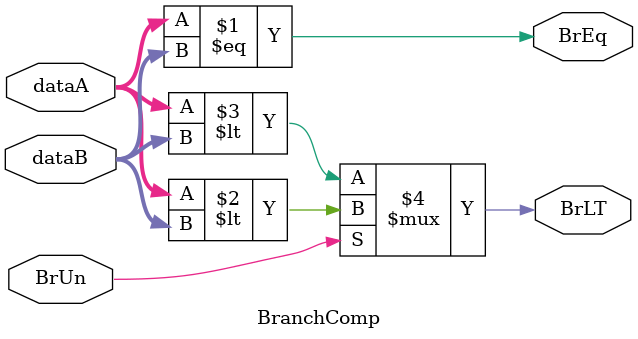
<source format=v>
module BranchComp(dataA, dataB, BrUn, BrEq, BrLT);
input [31:0] dataA, dataB;
input BrUn;
output BrEq, BrLT;

assign BrEq = (dataA == dataB);
assign BrLT = (BrUn) ? ($signed(dataA) < $signed(dataB)) : (dataA < dataB);

endmodule

</source>
